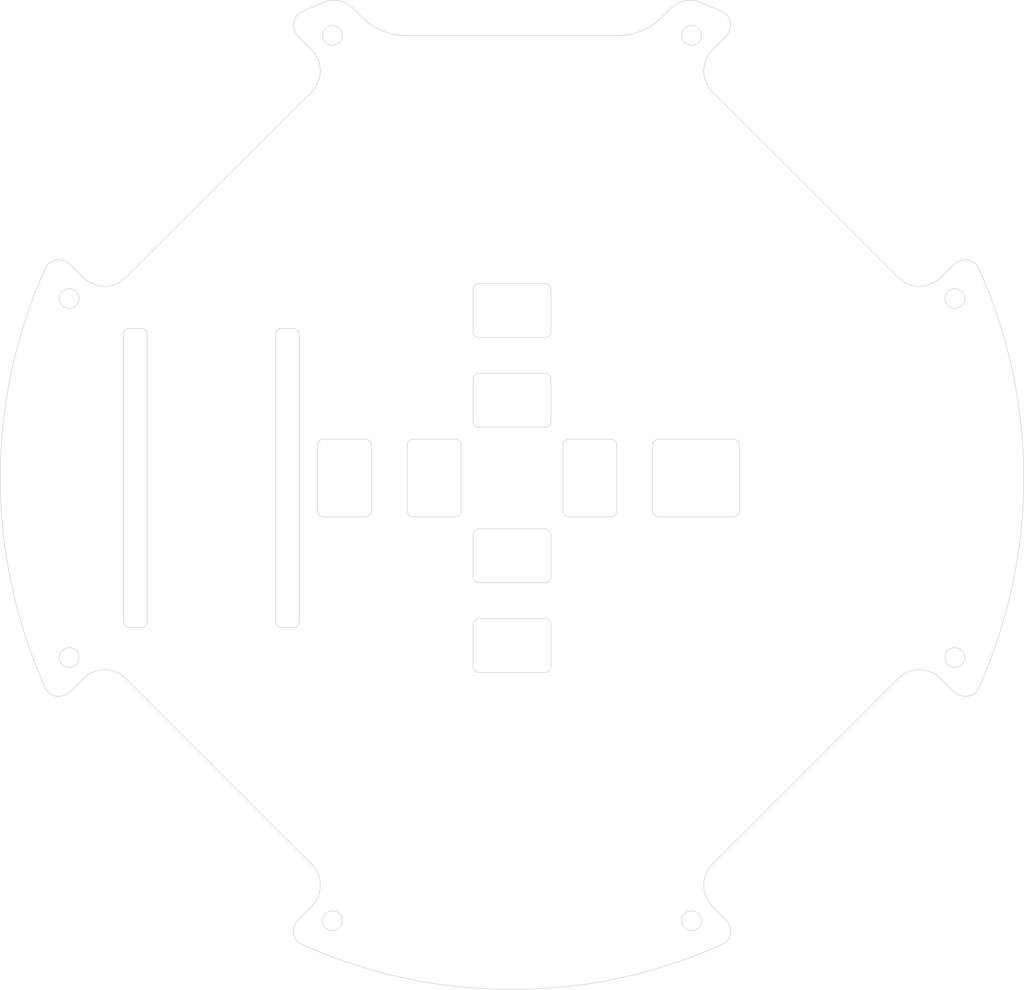
<source format=kicad_pcb>
(kicad_pcb
	(version 20240108)
	(generator "pcbnew")
	(generator_version "8.0")
	(general
		(thickness 1.6)
		(legacy_teardrops no)
	)
	(paper "A3")
	(layers
		(0 "F.Cu" signal)
		(31 "B.Cu" signal)
		(32 "B.Adhes" user "B.Adhesive")
		(33 "F.Adhes" user "F.Adhesive")
		(34 "B.Paste" user)
		(35 "F.Paste" user)
		(36 "B.SilkS" user "B.Silkscreen")
		(37 "F.SilkS" user "F.Silkscreen")
		(38 "B.Mask" user)
		(39 "F.Mask" user)
		(40 "Dwgs.User" user "User.Drawings")
		(41 "Cmts.User" user "User.Comments")
		(42 "Eco1.User" user "User.Eco1")
		(43 "Eco2.User" user "User.Eco2")
		(44 "Edge.Cuts" user)
		(45 "Margin" user)
		(46 "B.CrtYd" user "B.Courtyard")
		(47 "F.CrtYd" user "F.Courtyard")
		(48 "B.Fab" user)
		(49 "F.Fab" user)
		(50 "User.1" user)
		(51 "User.2" user)
		(52 "User.3" user)
		(53 "User.4" user)
		(54 "User.5" user)
		(55 "User.6" user)
		(56 "User.7" user)
		(57 "User.8" user)
		(58 "User.9" user)
	)
	(setup
		(stackup
			(layer "F.SilkS"
				(type "Top Silk Screen")
			)
			(layer "F.Paste"
				(type "Top Solder Paste")
			)
			(layer "F.Mask"
				(type "Top Solder Mask")
				(thickness 0.01)
			)
			(layer "F.Cu"
				(type "copper")
				(thickness 0.035)
			)
			(layer "dielectric 1"
				(type "core")
				(thickness 1.51)
				(material "FR4")
				(epsilon_r 4.5)
				(loss_tangent 0.02)
			)
			(layer "B.Cu"
				(type "copper")
				(thickness 0.035)
			)
			(layer "B.Mask"
				(type "Bottom Solder Mask")
				(thickness 0.01)
			)
			(layer "B.Paste"
				(type "Bottom Solder Paste")
			)
			(layer "B.SilkS"
				(type "Bottom Silk Screen")
			)
			(copper_finish "None")
			(dielectric_constraints no)
		)
		(pad_to_mask_clearance 0)
		(allow_soldermask_bridges_in_footprints no)
		(aux_axis_origin 150 150)
		(pcbplotparams
			(layerselection 0x00010fc_ffffffff)
			(plot_on_all_layers_selection 0x0000000_00000000)
			(disableapertmacros no)
			(usegerberextensions no)
			(usegerberattributes yes)
			(usegerberadvancedattributes yes)
			(creategerberjobfile yes)
			(dashed_line_dash_ratio 12.000000)
			(dashed_line_gap_ratio 3.000000)
			(svgprecision 6)
			(plotframeref no)
			(viasonmask no)
			(mode 1)
			(useauxorigin no)
			(hpglpennumber 1)
			(hpglpenspeed 20)
			(hpglpendiameter 15.000000)
			(pdf_front_fp_property_popups yes)
			(pdf_back_fp_property_popups yes)
			(dxfpolygonmode yes)
			(dxfimperialunits yes)
			(dxfusepcbnewfont yes)
			(psnegative no)
			(psa4output no)
			(plotreference yes)
			(plotvalue yes)
			(plotfptext yes)
			(plotinvisibletext no)
			(sketchpadsonfab no)
			(subtractmaskfromsilk no)
			(outputformat 1)
			(mirror no)
			(drillshape 0)
			(scaleselection 1)
			(outputdirectory "MFR/")
		)
	)
	(net 0 "")
	(gr_arc
		(start 118.501001 156.497649)
		(mid 117.793895 156.204756)
		(end 117.501002 155.497651)
		(stroke
			(width 0.1)
			(type default)
		)
		(layer "Edge.Cuts")
		(uuid "04803913-28d9-432e-a639-d849f13e7b03")
	)
	(gr_line
		(start 166.501002 143.497649)
		(end 159.501002 143.497649)
		(stroke
			(width 0.1)
			(type default)
		)
		(layer "Edge.Cuts")
		(uuid "069da0ec-81f7-4a49-b492-0d7a562f444d")
	)
	(gr_line
		(start 173.501002 155.497649)
		(end 173.501002 144.497649)
		(stroke
			(width 0.1)
			(type default)
		)
		(layer "Edge.Cuts")
		(uuid "0b9ca2f1-acb5-46c7-9597-e6e42163725e")
	)
	(gr_line
		(start 227.936261 185.159353)
		(end 227.936073 185.159268)
		(stroke
			(width 0.1)
			(type default)
		)
		(layer "Edge.Cuts")
		(uuid "0de2baa0-370d-4c1c-861a-407ef71496bf")
	)
	(gr_curve
		(pts
			(xy 223.706179 185.59414) (xy 223.883769 185.771729) (xy 224.082708 185.92877) (xy 224.296707 186.060086)
		)
		(stroke
			(width 0.1)
			(type default)
		)
		(layer "Edge.Cuts")
		(uuid "0fb14c1d-7fff-41c2-8152-47d8a70b97fa")
	)
	(gr_line
		(start 113.451003 124.997649)
		(end 111.451 124.997649)
		(stroke
			(width 0.1)
			(type default)
		)
		(layer "Edge.Cuts")
		(uuid "1038cbf1-e352-447e-bc53-2699c0a935fd")
	)
	(gr_curve
		(pts
			(xy 186.371592 224.964368) (xy 186.297245 224.729456) (xy 186.192493 224.503727) (xy 186.063574 224.293586)
		)
		(stroke
			(width 0.1)
			(type default)
		)
		(layer "Edge.Cuts")
		(uuid "11985190-fb18-4f5d-9cd2-6addcef72d9b")
	)
	(gr_curve
		(pts
			(xy 223.706179 114.401158) (xy 223.883769 114.223569) (xy 224.082708 114.066528) (xy 224.296707 113.935212)
		)
		(stroke
			(width 0.1)
			(type default)
		)
		(layer "Edge.Cuts")
		(uuid "129bd50a-03e1-429e-bfa7-879e216d7609")
	)
	(gr_line
		(start 155.501002 132.497649)
		(end 144.501 132.497649)
		(stroke
			(width 0.1)
			(type default)
		)
		(layer "Edge.Cuts")
		(uuid "131bd209-3349-47cd-ace6-67a98dd58359")
	)
	(gr_line
		(start 72.066171 185.15916)
		(end 72.065743 185.159353)
		(stroke
			(width 0.1)
			(type default)
		)
		(layer "Edge.Cuts")
		(uuid "133c8b73-6080-48e8-b0cb-f3d2aa9791de")
	)
	(gr_line
		(start 156.501002 166.497649)
		(end 156.501002 159.497649)
		(stroke
			(width 0.1)
			(type default)
		)
		(layer "Edge.Cuts")
		(uuid "144fbd56-19ab-4394-bf90-96afdfa98ab9")
	)
	(gr_line
		(start 227.936073 114.83603)
		(end 227.936261 114.835945)
		(stroke
			(width 0.1)
			(type default)
		)
		(layer "Edge.Cuts")
		(uuid "176c7485-da6c-4df2-95f9-fd1ce6c57ca5")
	)
	(gr_curve
		(pts
			(xy 180.298659 70.16655) (xy 180.611423 70.206751) (xy 180.919255 70.283673) (xy 181.21267 70.398749)
		)
		(stroke
			(width 0.1)
			(type default)
		)
		(layer "Edge.Cuts")
		(uuid "1783e30e-caf5-4641-a8c3-1df4d69b8431")
	)
	(gr_curve
		(pts
			(xy 121.368086 70.289555) (xy 121.784689 70.403759) (xy 122.186299 70.576929) (xy 122.559202 70.795797)
		)
		(stroke
			(width 0.1)
			(type default)
		)
		(layer "Edge.Cuts")
		(uuid "179877b4-b80a-4366-b01b-3b3a7c89555f")
	)
	(gr_curve
		(pts
			(xy 113.93843 75.701712) (xy 114.06977 75.915801) (xy 114.226858 76.114819) (xy 114.404511 76.292472)
		)
		(stroke
			(width 0.1)
			(type default)
		)
		(layer "Edge.Cuts")
		(uuid "1888c219-443d-4be4-b5a2-0369dc5a1641")
	)
	(gr_line
		(start 85.461977 183.499058)
		(end 116.499594 214.536675)
		(stroke
			(width 0.1)
			(type default)
		)
		(layer "Edge.Cuts")
		(uuid "18ee6f73-58ce-48e0-98f2-aa8d6203a5f8")
	)
	(gr_line
		(start 155.501002 158.497649)
		(end 144.501001 158.497649)
		(stroke
			(width 0.1)
			(type default)
		)
		(layer "Edge.Cuts")
		(uuid "192e3995-7ce6-4b23-85fc-45a4cdfbe799")
	)
	(gr_curve
		(pts
			(xy 178.633849 70.289382) (xy 179.28206 70.111554) (xy 179.84802 70.108628) (xy 180.298659 70.16655)
		)
		(stroke
			(width 0.1)
			(type default)
		)
		(layer "Edge.Cuts")
		(uuid "1a1187e7-afb0-4dea-9ee6-e7ebf4586460")
	)
	(gr_curve
		(pts
			(xy 73.129368 113.741279) (xy 72.896628 113.856892) (xy 72.68437 114.011084) (xy 72.503029 114.197094)
		)
		(stroke
			(width 0.1)
			(type default)
		)
		(layer "Edge.Cuts")
		(uuid "1a4ff484-14f4-4f61-97db-88ff3d9ca5b1")
	)
	(gr_line
		(start 223.706179 114.401158)
		(end 221.611094 116.496243)
		(stroke
			(width 0.1)
			(type default)
		)
		(layer "Edge.Cuts")
		(uuid "1d0d0383-4e53-4568-abfb-c6edb4baaa44")
	)
	(gr_curve
		(pts
			(xy 186.257244 73.125756) (xy 186.397685 73.408389) (xy 186.47627 73.710898) (xy 186.496878 74.026428)
		)
		(stroke
			(width 0.1)
			(type default)
		)
		(layer "Edge.Cuts")
		(uuid "1d363b6f-6dae-4e9a-a3b0-9039698fc719")
	)
	(gr_arc
		(start 144.501001 182.497649)
		(mid 143.793895 182.204756)
		(end 143.501002 181.497651)
		(stroke
			(width 0.1)
			(type default)
		)
		(layer "Edge.Cuts")
		(uuid "1de0eca4-e595-4f7c-b1fa-3f5793766698")
	)
	(gr_curve
		(pts
			(xy 114.20055 227.495722) (xy 114.014564 227.314427) (xy 113.860381 227.102224) (xy 113.74476 226.869542)
		)
		(stroke
			(width 0.1)
			(type default)
		)
		(layer "Edge.Cuts")
		(uuid "1fe0ec9d-f167-4ab0-acd0-34e55c8bb22d")
	)
	(gr_line
		(start 143.501002 118.497648)
		(end 143.501002 125.497651)
		(stroke
			(width 0.1)
			(type default)
		)
		(layer "Edge.Cuts")
		(uuid "2204c9ca-f73d-4b38-94e9-5a2483434b1a")
	)
	(gr_arc
		(start 166.501002 143.497649)
		(mid 167.208109 143.790542)
		(end 167.501002 144.497649)
		(stroke
			(width 0.1)
			(type default)
		)
		(layer "Edge.Cuts")
		(uuid "221c69d0-fd7c-47c9-873f-c439d867c09b")
	)
	(gr_line
		(start 185.597493 223.702826)
		(end 183.502409 221.607742)
		(stroke
			(width 0.1)
			(type default)
		)
		(layer "Edge.Cuts")
		(uuid "22d03f9f-0387-44c6-8d7e-924fd6c6ce56")
	)
	(gr_curve
		(pts
			(xy 73.129368 186.254019) (xy 72.896628 186.138406) (xy 72.68437 185.984214) (xy 72.503029 185.798204)
		)
		(stroke
			(width 0.1)
			(type default)
		)
		(layer "Edge.Cuts")
		(uuid "23c957f6-3699-4deb-a3f8-2be7a099d510")
	)
	(gr_curve
		(pts
			(xy 113.630412 75.03093) (xy 113.704759 75.265842) (xy 113.809511 75.491571) (xy 113.93843 75.701712)
		)
		(stroke
			(width 0.1)
			(type default)
		)
		(layer "Edge.Cuts")
		(uuid "24144f54-5238-42f3-83f7-01b9bc2363ef")
	)
	(gr_curve
		(pts
			(xy 113.505126 225.96887) (xy 113.484181 225.648176) (xy 113.522403 225.305638) (xy 113.630412 224.964368)
		)
		(stroke
			(width 0.1)
			(type default)
		)
		(layer "Edge.Cuts")
		(uuid "2594a924-47b8-4b6a-91a2-bb089312da2e")
	)
	(gr_arc
		(start 156.501002 140.497649)
		(mid 156.208109 141.204756)
		(end 155.501002 141.497649)
		(stroke
			(width 0.1)
			(type default)
		)
		(layer "Edge.Cuts")
		(uuid "26a2b7c5-5383-4bec-985c-c22ca16eb52f")
	)
	(gr_line
		(start 159.501002 156.497649)
		(end 166.501002 156.497649)
		(stroke
			(width 0.1)
			(type default)
		)
		(layer "Edge.Cuts")
		(uuid "27d3022a-a0b8-4a3e-8d42-d188fba5bdd2")
	)
	(gr_arc
		(start 155.501002 158.497649)
		(mid 156.208109 158.790542)
		(end 156.501002 159.497649)
		(stroke
			(width 0.1)
			(type default)
		)
		(layer "Edge.Cuts")
		(uuid "2820bec3-f96d-48f0-b0fc-1b2a3db9718b")
	)
	(gr_curve
		(pts
			(xy 75.034645 186.368125) (xy 74.693232 186.476228) (xy 74.350683 186.514444) (xy 74.030098 186.493545)
		)
		(stroke
			(width 0.1)
			(type default)
		)
		(layer "Edge.Cuts")
		(uuid "2907ed02-307f-476a-9610-ad60518795ea")
	)
	(gr_arc
		(start 155.501002 173.497649)
		(mid 156.208109 173.790542)
		(end 156.501002 174.497649)
		(stroke
			(width 0.1)
			(type default)
		)
		(layer "Edge.Cuts")
		(uuid "299ec00b-f089-4341-8fff-1d96ebfbd510")
	)
	(gr_circle
		(center 76.001002 179.997649)
		(end 77.651002 179.997649)
		(stroke
			(width 0.1)
			(type default)
		)
		(fill none)
		(layer "Edge.Cuts")
		(uuid "2a3b9b30-5a4e-4551-950e-b6f184ce6255")
	)
	(gr_arc
		(start 89.051002 173.997651)
		(mid 88.758109 174.704756)
		(end 88.051004 174.997649)
		(stroke
			(width 0.1)
			(type default)
		)
		(layer "Edge.Cuts")
		(uuid "2a4552b7-1af2-4558-9d5c-79b7d9665fd7")
	)
	(gr_line
		(start 125.072074 73.068719)
		(end 123.617399 71.614045)
		(stroke
			(width 0.1)
			(type default)
		)
		(layer "Edge.Cuts")
		(uuid "2aecd422-662f-44b9-9a35-bfedd2ba2a15")
	)
	(gr_curve
		(pts
			(xy 177.442729 70.795807) (xy 177.815632 70.576901) (xy 178.217247 70.40367) (xy 178.633849 70.289382)
		)
		(stroke
			(width 0.1)
			(type default)
		)
		(layer "Edge.Cuts")
		(uuid "2b2fb111-1842-49c0-a415-71753cd2d1f2")
	)
	(gr_line
		(start 183.502409 214.536676)
		(end 214.540028 183.499057)
		(stroke
			(width 0.1)
			(type default)
		)
		(layer "Edge.Cuts")
		(uuid "2e37dedf-3746-4ae7-ab1b-d695ef736fd1")
	)
	(gr_curve
		(pts
			(xy 113.505126 74.026428) (xy 113.484181 74.347121) (xy 113.522403 74.68966) (xy 113.630412 75.03093)
		)
		(stroke
			(width 0.1)
			(type default)
		)
		(layer "Edge.Cuts")
		(uuid "2e8d67dc-0ddb-4e0d-8bff-a75a02a4ed03")
	)
	(gr_curve
		(pts
			(xy 226.872669 113.740978) (xy 227.105459 113.856573) (xy 227.317759 114.010767) (xy 227.499132 114.196797)
		)
		(stroke
			(width 0.1)
			(type default)
		)
		(layer "Edge.Cuts")
		(uuid "2ec70d8f-24e8-41bb-a5f7-728a337c2060")
	)
	(gr_arc
		(start 144.501 126.497649)
		(mid 143.793895 126.204756)
		(end 143.501002 125.497651)
		(stroke
			(width 0.1)
			(type default)
		)
		(layer "Edge.Cuts")
		(uuid "32b36bb2-f3b7-453a-a8c5-b8b99aa2f4c7")
	)
	(gr_curve
		(pts
			(xy 185.801454 227.495722) (xy 185.987441 227.314427) (xy 186.141624 227.102224) (xy 186.257244 226.869542)
		)
		(stroke
			(width 0.1)
			(type default)
		)
		(layer "Edge.Cuts")
		(uuid "332ce581-af23-4160-ab94-68a2611b202b")
	)
	(gr_arc
		(start 117.501002 144.497648)
		(mid 117.793895 143.790542)
		(end 118.501 143.497649)
		(stroke
			(width 0.1)
			(type default)
		)
		(layer "Edge.Cuts")
		(uuid "34515a67-18d5-49d8-bd58-6b49093a2a3e")
	)
	(gr_arc
		(start 214.540028 183.499057)
		(mid 218.075562 182.034591)
		(end 221.611096 183.499057)
		(stroke
			(width 0.1)
			(type default)
		)
		(layer "Edge.Cuts")
		(uuid "35a780f7-3f0c-4b0c-bd84-d4054a9cfb43")
	)
	(gr_line
		(start 116.499594 221.607743)
		(end 114.404511 223.702826)
		(stroke
			(width 0.1)
			(type default)
		)
		(layer "Edge.Cuts")
		(uuid "38f0e285-52da-4c18-9b72-7e99f179f9e9")
	)
	(gr_line
		(start 111.451001 174.997649)
		(end 113.451004 174.997649)
		(stroke
			(width 0.1)
			(type default)
		)
		(layer "Edge.Cuts")
		(uuid "3a2baa2c-9014-439a-966a-415fa6880473")
	)
	(gr_arc
		(start 174.929929 73.06872)
		(mid 171.6857 75.236443)
		(end 167.858872 75.997648)
		(stroke
			(width 0.1)
			(type default)
		)
		(layer "Edge.Cuts")
		(uuid "3b7a60c7-0f8f-4b10-9248-2d16c72e419f")
	)
	(gr_curve
		(pts
			(xy 119.703814 70.167103) (xy 120.071451 70.119777) (xy 120.6493 70.092512) (xy 121.368086 70.289555)
		)
		(stroke
			(width 0.1)
			(type default)
		)
		(layer "Edge.Cuts")
		(uuid "3c8c4634-4a14-4627-ade8-938479262d84")
	)
	(gr_arc
		(start 167.501002 155.497649)
		(mid 167.208109 156.204756)
		(end 166.501002 156.497649)
		(stroke
			(width 0.1)
			(type default)
		)
		(layer "Edge.Cuts")
		(uuid "43287b09-a9b6-4fcb-b92c-b742646f9b8a")
	)
	(gr_circle
		(center 76.001002 119.997649)
		(end 77.651002 119.997649)
		(stroke
			(width 0.1)
			(type default)
		)
		(fill none)
		(layer "Edge.Cuts")
		(uuid "43467ce4-a3b1-4e5f-b5d4-eee57ddb6240")
	)
	(gr_line
		(start 126.501002 144.497648)
		(end 126.501002 155.497651)
		(stroke
			(width 0.1)
			(type default)
		)
		(layer "Edge.Cuts")
		(uuid "44f4b0e5-ea6a-47a8-afa1-4afd6b1904e6")
	)
	(gr_arc
		(start 156.501002 166.497649)
		(mid 156.208109 167.204756)
		(end 155.501002 167.497649)
		(stroke
			(width 0.1)
			(type default)
		)
		(layer "Edge.Cuts")
		(uuid "4565d775-9771-4650-b6f7-c6a79e42286c")
	)
	(gr_arc
		(start 174.501002 156.497649)
		(mid 173.793895 156.204756)
		(end 173.501002 155.497649)
		(stroke
			(width 0.1)
			(type default)
		)
		(layer "Edge.Cuts")
		(uuid "47139a12-54aa-42f8-8587-23a916e2eebe")
	)
	(gr_curve
		(pts
			(xy 224.967241 113.627166) (xy 225.308757 113.518986) (xy 225.651349 113.480742) (xy 225.971917 113.501593)
		)
		(stroke
			(width 0.1)
			(type default)
		)
		(layer "Edge.Cuts")
		(uuid "47890af8-efb4-4e0e-9622-87246f044384")
	)
	(gr_line
		(start 144.501 141.497649)
		(end 155.501002 141.497649)
		(stroke
			(width 0.1)
			(type default)
		)
		(layer "Edge.Cuts")
		(uuid "4a6306c1-887b-4287-9f76-073371b48301")
	)
	(gr_curve
		(pts
			(xy 114.20055 72.499576) (xy 114.014564 72.680871) (xy 113.860381 72.893074) (xy 113.74476 73.125756)
		)
		(stroke
			(width 0.1)
			(type default)
		)
		(layer "Edge.Cuts")
		(uuid "4d257b9c-6c6c-4e90-a376-9b69ca8246c1")
	)
	(gr_arc
		(start 185.162706 227.932908)
		(mid 150.001002 235.497649)
		(end 114.839298 227.932908)
		(stroke
			(width 0.1)
			(type default)
		)
		(layer "Edge.Cuts")
		(uuid "4d3d1a4c-abb8-4394-bfcb-52344843b9d8")
	)
	(gr_line
		(start 221.611096 183.499057)
		(end 223.706179 185.59414)
		(stroke
			(width 0.1)
			(type default)
		)
		(layer "Edge.Cuts")
		(uuid "4da9406d-fd46-4a5b-a5ee-a0665868230e")
	)
	(gr_arc
		(start 85.461976 116.496241)
		(mid 81.926442 117.960707)
		(end 78.390908 116.496241)
		(stroke
			(width 0.1)
			(type default)
		)
		(layer "Edge.Cuts")
		(uuid "4e2ccf18-819e-4f31-9852-cdea4d876130")
	)
	(gr_line
		(start 133.501001 156.497649)
		(end 140.501004 156.497649)
		(stroke
			(width 0.1)
			(type default)
		)
		(layer "Edge.Cuts")
		(uuid "4fe5a4d6-9a12-4891-91d8-6cfe4975a292")
	)
	(gr_arc
		(start 88.051003 124.997649)
		(mid 88.758109 125.290542)
		(end 89.051002 125.997648)
		(stroke
			(width 0.1)
			(type default)
		)
		(layer "Edge.Cuts")
		(uuid "50103bb8-0d5c-4c8b-a200-fb8d652493cc")
	)
	(gr_curve
		(pts
			(xy 75.034645 113.627173) (xy 74.693232 113.51907) (xy 74.350683 113.480854) (xy 74.030098 113.501752)
		)
		(stroke
			(width 0.1)
			(type default)
		)
		(layer "Edge.Cuts")
		(uuid "5175402c-7a20-4d65-a7e3-a4fb95602302")
	)
	(gr_curve
		(pts
			(xy 75.705231 113.935178) (xy 75.49515 113.806279) (xy 75.269489 113.701533) (xy 75.034645 113.627173)
		)
		(stroke
			(width 0.1)
			(type default)
		)
		(layer "Edge.Cuts")
		(uuid "53e6353d-f324-4277-93cd-ae17030fde2a")
	)
	(gr_line
		(start 86.051001 174.997649)
		(end 88.051004 174.997649)
		(stroke
			(width 0.1)
			(type default)
		)
		(layer "Edge.Cuts")
		(uuid "54c7ba32-dea1-459b-8ca0-0cc1b3c3347f")
	)
	(gr_line
		(start 167.858872 75.997648)
		(end 132.143138 75.997648)
		(stroke
			(width 0.1)
			(type default)
		)
		(layer "Edge.Cuts")
		(uuid "563958a0-d467-47bb-be92-cba8bf8ef0a9")
	)
	(gr_line
		(start 114.839491 72.062818)
		(end 114.839298 72.06239)
		(stroke
			(width 0.1)
			(type default)
		)
		(layer "Edge.Cuts")
		(uuid "56dc91a0-b812-4a32-a95e-33999f25c3b3")
	)
	(gr_line
		(start 185.162706 72.06239)
		(end 185.162513 72.062818)
		(stroke
			(width 0.1)
			(type default)
		)
		(layer "Edge.Cuts")
		(uuid "5acc84b7-cc6c-46cf-b56b-bdf82a4830a0")
	)
	(gr_line
		(start 156.501002 125.497649)
		(end 156.501002 118.497649)
		(stroke
			(width 0.1)
			(type default)
		)
		(layer "Edge.Cuts")
		(uuid "5cd306f4-1f22-4fbc-b660-ec1ffec676a2")
	)
	(gr_circle
		(center 120.001002 75.997649)
		(end 121.651002 75.997649)
		(stroke
			(width 0.1)
			(type default)
		)
		(fill none)
		(layer "Edge.Cuts")
		(uuid "5eb1b29a-dad6-4373-ab64-ea997c71e8b7")
	)
	(gr_line
		(start 141.501002 155.497651)
		(end 141.501002 144.497648)
		(stroke
			(width 0.1)
			(type default)
		)
		(layer "Edge.Cuts")
		(uuid "5fa5bf86-55c5-4161-a80e-6867175c2b00")
	)
	(gr_line
		(start 125.501004 156.497649)
		(end 118.501001 156.497649)
		(stroke
			(width 0.1)
			(type default)
		)
		(layer "Edge.Cuts")
		(uuid "61115fe3-5bae-4fad-b1bd-a4d12d59b2f3")
	)
	(gr_curve
		(pts
			(xy 114.839491 72.062818) (xy 114.602506 72.16977) (xy 114.386648 72.318171) (xy 114.20055 72.499576)
		)
		(stroke
			(width 0.1)
			(type default)
		)
		(layer "Edge.Cuts")
		(uuid "6139810c-2484-4a53-9d01-9cb28a85b6f0")
	)
	(gr_curve
		(pts
			(xy 118.790007 70.399424) (xy 119.083353 70.284324) (xy 119.391114 70.207357) (xy 119.703814 70.167103)
		)
		(stroke
			(width 0.1)
			(type default)
		)
		(layer "Edge.Cuts")
		(uuid "61521f19-2983-44d6-a8e6-762c6329c9e9")
	)
	(gr_arc
		(start 143.501002 133.497648)
		(mid 143.793895 132.790542)
		(end 144.501 132.497649)
		(stroke
			(width 0.1)
			(type default)
		)
		(layer "Edge.Cuts")
		(uuid "6215fe79-5801-4ba9-8619-7749df0dde0f")
	)
	(gr_arc
		(start 113.451003 124.997649)
		(mid 114.158109 125.290542)
		(end 114.451002 125.997648)
		(stroke
			(width 0.1)
			(type default)
		)
		(layer "Edge.Cuts")
		(uuid "62f8ec0b-9b30-4ea8-b9ea-2eddc77674b5")
	)
	(gr_curve
		(pts
			(xy 114.839491 227.93248) (xy 114.602506 227.825528) (xy 114.386648 227.677127) (xy 114.20055 227.495722)
		)
		(stroke
			(width 0.1)
			(type default)
		)
		(layer "Edge.Cuts")
		(uuid "63530c56-1c47-45f9-bb81-1f88f364dde5")
	)
	(gr_line
		(start 158.501002 144.497649)
		(end 158.501002 155.497649)
		(stroke
			(width 0.1)
			(type default)
		)
		(layer "Edge.Cuts")
		(uuid "66c545b5-71d0-4bd5-919c-afc7478ee972")
	)
	(gr_arc
		(start 125.501003 143.497649)
		(mid 126.208109 143.790542)
		(end 126.501002 144.497648)
		(stroke
			(width 0.1)
			(type default)
		)
		(layer "Edge.Cuts")
		(uuid "67a2e0c0-3bb2-4244-9b07-d6737acd00c1")
	)
	(gr_line
		(start 174.501002 143.497649)
		(end 187.001002 143.497649)
		(stroke
			(width 0.1)
			(type default)
		)
		(layer "Edge.Cuts")
		(uuid "67bc2a47-d053-448f-99b3-e5d5e8744dd6")
	)
	(gr_curve
		(pts
			(xy 186.496878 74.026428) (xy 186.517823 74.347121) (xy 186.479601 74.68966) (xy 186.371592 75.03093)
		)
		(stroke
			(width 0.1)
			(type default)
		)
		(layer "Edge.Cuts")
		(uuid "6841d081-33de-4287-b12d-0c8f084ddce7")
	)
	(gr_line
		(start 181.21267 70.398749)
		(end 181.212898 70.398229)
		(stroke
			(width 0.1)
			(type default)
		)
		(layer "Edge.Cuts")
		(uuid "69f3ff20-ddea-41b8-a33f-3cbccb0dcc0c")
	)
	(gr_line
		(start 144.501001 167.497649)
		(end 155.501002 167.497649)
		(stroke
			(width 0.1)
			(type default)
		)
		(layer "Edge.Cuts")
		(uuid "6a24841b-4a51-4d58-838d-783f27b22a1e")
	)
	(gr_arc
		(start 158.501002 144.497649)
		(mid 158.793895 143.790542)
		(end 159.501002 143.497649)
		(stroke
			(width 0.1)
			(type default)
		)
		(layer "Edge.Cuts")
		(uuid "6a8dd99d-756e-4edf-bc61-e9ca866c3b4c")
	)
	(gr_curve
		(pts
			(xy 224.296707 186.060086) (xy 224.506773 186.188989) (xy 224.732417 186.293748) (xy 224.967241 186.368132)
		)
		(stroke
			(width 0.1)
			(type default)
		)
		(layer "Edge.Cuts")
		(uuid "6ada0377-8ac4-44b0-abd2-764fc05b9925")
	)
	(gr_arc
		(start 181.212898 70.398229)
		(mid 183.198231 71.205556)
		(end 185.162706 72.06239)
		(stroke
			(width 0.1)
			(type default)
		)
		(layer "Edge.Cuts")
		(uuid "6b6ec7d9-1aea-4d7e-bf87-662a0cf649f8")
	)
	(gr_line
		(start 76.295825 185.59414)
		(end 78.390908 183.499057)
		(stroke
			(width 0.1)
			(type default)
		)
		(layer "Edge.Cuts")
		(uuid "6d72a7d5-a9fe-435e-8439-0d284447dd5d")
	)
	(gr_line
		(start 176.384605 71.614045)
		(end 174.929929 73.06872)
		(stroke
			(width 0.1)
			(type default)
		)
		(layer "Edge.Cuts")
		(uuid "6e13cf33-d04c-4fc2-b66a-9b1335be01a3")
	)
	(gr_arc
		(start 126.501002 155.497651)
		(mid 126.208109 156.204756)
		(end 125.501004 156.497649)
		(stroke
			(width 0.1)
			(type default)
		)
		(layer "Edge.Cuts")
		(uuid "74516fa8-7393-4dd9-8a25-74c9069ea8f8")
	)
	(gr_arc
		(start 141.501002 155.497651)
		(mid 141.208109 156.204756)
		(end 140.501004 156.497649)
		(stroke
			(width 0.1)
			(type default)
		)
		(layer "Edge.Cuts")
		(uuid "7492aee1-56c8-4284-8228-f88e4f8e6461")
	)
	(gr_curve
		(pts
			(xy 75.705231 186.060119) (xy 75.49515 186.189018) (xy 75.269489 186.293765) (xy 75.034645 186.368125)
		)
		(stroke
			(width 0.1)
			(type default)
		)
		(layer "Edge.Cuts")
		(uuid "74952cf0-a230-47b7-a31f-ee1f03a70478")
	)
	(gr_line
		(start 140.501003 143.497649)
		(end 133.501001 143.497649)
		(stroke
			(width 0.1)
			(type default)
		)
		(layer "Edge.Cuts")
		(uuid "7577a756-ebd6-4739-9a23-6f1720414c80")
	)
	(gr_arc
		(start 72.065743 185.159353)
		(mid 64.501002 149.997649)
		(end 72.065743 114.835945)
		(stroke
			(width 0.1)
			(type default)
		)
		(layer "Edge.Cuts")
		(uuid "77030fbd-6116-4239-8fba-923ae29bcace")
	)
	(gr_arc
		(start 156.501002 125.497649)
		(mid 156.208109 126.204756)
		(end 155.501002 126.497649)
		(stroke
			(width 0.1)
			(type default)
		)
		(layer "Edge.Cuts")
		(uuid "78809fa0-8708-4514-aff7-136956965436")
	)
	(gr_curve
		(pts
			(xy 186.063574 224.293586) (xy 185.932234 224.079496) (xy 185.775146 223.880479) (xy 185.597493 223.702826)
		)
		(stroke
			(width 0.1)
			(type default)
		)
		(layer "Edge.Cuts")
		(uuid "7bd66820-caaa-430c-bb92-983fc491f182")
	)
	(gr_curve
		(pts
			(xy 122.559202 70.795797) (xy 122.94431 71.02183) (xy 123.301492 71.298137) (xy 123.617399 71.614045)
		)
		(stroke
			(width 0.1)
			(type default)
		)
		(layer "Edge.Cuts")
		(uuid "7c514203-a075-4bc5-bf18-ecf396be87c7")
	)
	(gr_line
		(start 114.839298 227.932908)
		(end 114.839491 227.93248)
		(stroke
			(width 0.1)
			(type default)
		)
		(layer "Edge.Cuts")
		(uuid "83692e03-fee3-4d02-9121-211f5959ebd8")
	)
	(gr_arc
		(start 143.501002 159.497648)
		(mid 143.793895 158.790542)
		(end 144.501001 158.497649)
		(stroke
			(width 0.1)
			(type default)
		)
		(layer "Edge.Cuts")
		(uuid "84815cd8-9abe-40c2-ab3e-16dff2750e89")
	)
	(gr_line
		(start 118.501 143.497649)
		(end 125.501003 143.497649)
		(stroke
			(width 0.1)
			(type default)
		)
		(layer "Edge.Cuts")
		(uuid "85ad4eac-f869-4fce-bc03-84a29f253530")
	)
	(gr_circle
		(center 120.001002 223.997649)
		(end 121.651002 223.997649)
		(stroke
			(width 0.1)
			(type default)
		)
		(fill none)
		(layer "Edge.Cuts")
		(uuid "86fb50f1-bef4-4ebd-8b67-bcbf3ef555fe")
	)
	(gr_line
		(start 143.501002 159.497648)
		(end 143.501002 166.49765)
		(stroke
			(width 0.1)
			(type default)
		)
		(layer "Edge.Cuts")
		(uuid "8710469d-088b-4cc4-8168-30b2709a6fa7")
	)
	(gr_arc
		(start 227.936261 114.835945)
		(mid 235.501002 149.997649)
		(end 227.936261 185.159353)
		(stroke
			(width 0.1)
			(type default)
		)
		(layer "Edge.Cuts")
		(uuid "8968d374-5c43-40ea-88f8-16dd47084807")
	)
	(gr_curve
		(pts
			(xy 227.499132 114.196797) (xy 227.680637 114.382963) (xy 227.829101 114.598922) (xy 227.936073 114.83603)
		)
		(stroke
			(width 0.1)
			(type default)
		)
		(layer "Edge.Cuts")
		(uuid "8a9fe495-88c3-4a30-be3c-5234e8559e1f")
	)
	(gr_line
		(start 72.065743 114.835945)
		(end 72.066171 114.836138)
		(stroke
			(width 0.1)
			(type default)
		)
		(layer "Edge.Cuts")
		(uuid "8b1825e3-c302-4ddf-a69a-b5d0a0c8a74e")
	)
	(gr_arc
		(start 116.499594 78.387555)
		(mid 117.96406 81.92309)
		(end 116.499593 85.458624)
		(stroke
			(width 0.1)
			(type default)
		)
		(layer "Edge.Cuts")
		(uuid "8b2d09e2-bc72-4c2c-98f2-cc8f94b43dbd")
	)
	(gr_arc
		(start 221.611094 116.496243)
		(mid 218.075561 117.960708)
		(end 214.540029 116.496242)
		(stroke
			(width 0.1)
			(type default)
		)
		(layer "Edge.Cuts")
		(uuid "8b45e090-da18-4da5-83c7-0ec8b23f384e")
	)
	(gr_line
		(start 89.051002 173.997651)
		(end 89.051002 125.997648)
		(stroke
			(width 0.1)
			(type default)
		)
		(layer "Edge.Cuts")
		(uuid "8b570093-d74d-4c89-9ca7-66e702ac41e0")
	)
	(gr_arc
		(start 78.390908 183.499057)
		(mid 81.926443 182.034591)
		(end 85.461977 183.499058)
		(stroke
			(width 0.1)
			(type default)
		)
		(layer "Edge.Cuts")
		(uuid "8ca4f117-aee4-437f-8470-1392d82bbefa")
	)
	(gr_curve
		(pts
			(xy 186.063574 75.701712) (xy 185.932234 75.915801) (xy 185.775146 76.114819) (xy 185.597493 76.292472)
		)
		(stroke
			(width 0.1)
			(type default)
		)
		(layer "Edge.Cuts")
		(uuid "8e976838-4775-4168-bd8e-0cf4106a8a72")
	)
	(gr_circle
		(center 224.001002 179.997649)
		(end 225.651002 179.997649)
		(stroke
			(width 0.1)
			(type default)
		)
		(fill none)
		(layer "Edge.Cuts")
		(uuid "8ecd9f32-5fd7-4a16-96e4-b542fc5539dc")
	)
	(gr_line
		(start 156.501002 140.497649)
		(end 156.501002 133.497649)
		(stroke
			(width 0.1)
			(type default)
		)
		(layer "Edge.Cuts")
		(uuid "8fe3d50c-77be-4a9c-96c0-7de49b0981e3")
	)
	(gr_arc
		(start 183.502409 221.607742)
		(mid 182.037943 218.072209)
		(end 183.502409 214.536676)
		(stroke
			(width 0.1)
			(type default)
		)
		(layer "Edge.Cuts")
		(uuid "91f52b21-df93-439e-9378-74f875864fdd")
	)
	(gr_line
		(start 110.451002 125.997648)
		(end 110.451002 173.99765)
		(stroke
			(width 0.1)
			(type default)
		)
		(layer "Edge.Cuts")
		(uuid "922e6854-9341-4a1d-ab71-3fca06c540d6")
	)
	(gr_arc
		(start 155.501002 132.497649)
		(mid 156.208109 132.790542)
		(end 156.501002 133.497649)
		(stroke
			(width 0.1)
			(type default)
		)
		(layer "Edge.Cuts")
		(uuid "923cd316-e944-4c17-994e-f0418fbc910c")
	)
	(gr_curve
		(pts
			(xy 113.74476 73.125756) (xy 113.60432 73.408389) (xy 113.525734 73.710898) (xy 113.505126 74.026428)
		)
		(stroke
			(width 0.1)
			(type default)
		)
		(layer "Edge.Cuts")
		(uuid "925a7807-a0f1-4514-935a-cc7f7f1e09a5")
	)
	(gr_arc
		(start 183.502409 85.458622)
		(mid 182.037943 81.923089)
		(end 183.502409 78.387556)
		(stroke
			(width 0.1)
			(type default)
		)
		(layer "Edge.Cuts")
		(uuid "93cb5015-201c-4e90-acea-3a470299f6d9")
	)
	(gr_curve
		(pts
			(xy 74.030098 113.501752) (xy 73.714562 113.522322) (xy 73.412029 113.600868) (xy 73.129368 113.741279)
		)
		(stroke
			(width 0.1)
			(type default)
		)
		(layer "Edge.Cuts")
		(uuid "94ce81f7-b0ab-43e5-ba71-b90e867bda7c")
	)
	(gr_curve
		(pts
			(xy 225.971917 113.501593) (xy 226.287446 113.522117) (xy 226.589991 113.600609) (xy 226.872669 113.740978)
		)
		(stroke
			(width 0.1)
			(type default)
		)
		(layer "Edge.Cuts")
		(uuid "95171ca2-b24b-4023-98fa-685d8ed4e2be")
	)
	(gr_line
		(start 118.789429 70.398103)
		(end 118.790007 70.399424)
		(stroke
			(width 0.1)
			(type default)
		)
		(layer "Edge.Cuts")
		(uuid "9a1c6002-04a8-4fe1-917b-fb9b8eb244a0")
	)
	(gr_arc
		(start 143.501002 174.497648)
		(mid 143.793895 173.790542)
		(end 144.501001 173.497649)
		(stroke
			(width 0.1)
			(type default)
		)
		(layer "Edge.Cuts")
		(uuid "9f1fda2d-44bc-40b6-9cd9-4d10f77b9df8")
	)
	(gr_arc
		(start 110.451002 125.997648)
		(mid 110.743895 125.290542)
		(end 111.451 124.997649)
		(stroke
			(width 0.1)
			(type default)
		)
		(layer "Edge.Cuts")
		(uuid "9f7bae38-1021-449f-8f90-8faa9c8d234c")
	)
	(gr_curve
		(pts
			(xy 76.295825 185.59414) (xy 76.118218 185.771747) (xy 75.919257 185.9288) (xy 75.705231 186.060119)
		)
		(stroke
			(width 0.1)
			(type default)
		)
		(layer "Edge.Cuts")
		(uuid "a09e343d-6e6e-471a-82d0-59267d9f562d")
	)
	(gr_line
		(start 85.051002 125.997648)
		(end 85.051002 173.99765)
		(stroke
			(width 0.1)
			(type default)
		)
		(layer "Edge.Cuts")
		(uuid "aa345c40-62b2-4bd3-a22c-e54f22c13a7a")
	)
	(gr_line
		(start 144.501001 173.497649)
		(end 155.501002 173.497649)
		(stroke
			(width 0.1)
			(type default)
		)
		(layer "Edge.Cuts")
		(uuid "aa476b55-6be4-401a-aa00-020c12595503")
	)
	(gr_line
		(start 88.051003 124.997649)
		(end 86.051 124.997649)
		(stroke
			(width 0.1)
			(type default)
		)
		(layer "Edge.Cuts")
		(uuid "af6b4615-2165-4e69-83ed-e73d18e46bf3")
	)
	(gr_arc
		(start 143.501002 118.497648)
		(mid 143.793895 117.790542)
		(end 144.501 117.497649)
		(stroke
			(width 0.1)
			(type default)
		)
		(layer "Edge.Cuts")
		(uuid "b03a42fb-b6eb-403f-92fb-9b18b99a272e")
	)
	(gr_arc
		(start 111.451001 174.997649)
		(mid 110.743895 174.704756)
		(end 110.451002 173.99765)
		(stroke
			(width 0.1)
			(type default)
		)
		(layer "Edge.Cuts")
		(uuid "b0f13cec-7381-4713-94b5-b14a53f6af65")
	)
	(gr_curve
		(pts
			(xy 176.384605 71.614045) (xy 176.700493 71.298156) (xy 177.057659 71.021855) (xy 177.442729 70.795807)
		)
		(stroke
			(width 0.1)
			(type default)
		)
		(layer "Edge.Cuts")
		(uuid "b23745ed-be31-4c4e-bbad-694c50ed22c2")
	)
	(gr_line
		(start 144.501 126.497649)
		(end 155.501002 126.497649)
		(stroke
			(width 0.1)
			(type default)
		)
		(layer "Edge.Cuts")
		(uuid "b27916ed-7083-4ea7-b07f-7b59c6cbd682")
	)
	(gr_curve
		(pts
			(xy 186.371592 75.03093) (xy 186.297245 75.265842) (xy 186.192493 75.491571) (xy 186.063574 75.701712)
		)
		(stroke
			(width 0.1)
			(type default)
		)
		(layer "Edge.Cuts")
		(uuid "b51015b7-283e-48a5-8f41-bb6c168bb2fb")
	)
	(gr_line
		(start 132.501002 144.497648)
		(end 132.501002 155.497651)
		(stroke
			(width 0.1)
			(type default)
		)
		(layer "Edge.Cuts")
		(uuid "b55c4104-e411-463f-b733-f5acbc131b97")
	)
	(gr_arc
		(start 116.499594 214.536675)
		(mid 117.96406 218.072209)
		(end 116.499594 221.607743)
		(stroke
			(width 0.1)
			(type default)
		)
		(layer "Edge.Cuts")
		(uuid "b5605f0e-eb85-486e-8bd3-146be7513167")
	)
	(gr_line
		(start 188.001002 144.497649)
		(end 188.001002 155.497649)
		(stroke
			(width 0.1)
			(type default)
		)
		(layer "Edge.Cuts")
		(uuid "b7ccbd5b-8cfa-4232-bf88-9d2aa0e517d8")
	)
	(gr_curve
		(pts
			(xy 72.503029 185.798204) (xy 72.321579 185.612082) (xy 72.173143 185.396189) (xy 72.066171 185.15916)
		)
		(stroke
			(width 0.1)
			(type default)
		)
		(layer "Edge.Cuts")
		(uuid "ba6f3885-6406-474f-a957-c2da7f118bce")
	)
	(gr_line
		(start 155.501002 117.497649)
		(end 144.501 117.497649)
		(stroke
			(width 0.1)
			(type default)
		)
		(layer "Edge.Cuts")
		(uuid "be9a43e6-25b3-4c92-a09c-6b1898fedd13")
	)
	(gr_arc
		(start 156.501002 181.497649)
		(mid 156.208109 182.204756)
		(end 155.501002 182.497649)
		(stroke
			(width 0.1)
			(type default)
		)
		(layer "Edge.Cuts")
		(uuid "bfaa4ec6-4085-48d8-8edd-0396b4b51f37")
	)
	(gr_line
		(start 167.501002 155.497649)
		(end 167.501002 144.497649)
		(stroke
			(width 0.1)
			(type default)
		)
		(layer "Edge.Cuts")
		(uuid "c121cabd-defd-4858-b6e8-12981243ecad")
	)
	(gr_curve
		(pts
			(xy 226.872669 186.25432) (xy 227.105459 186.138724) (xy 227.317759 185.984531) (xy 227.499132 185.798501)
		)
		(stroke
			(width 0.1)
			(type default)
		)
		(layer "Edge.Cuts")
		(uuid "c3734d05-527c-4c6e-b01d-80ffe4cf4b87")
	)
	(gr_arc
		(start 114.839298 72.06239)
		(mid 116.803932 71.205488)
		(end 118.789429 70.398103)
		(stroke
			(width 0.1)
			(type default)
		)
		(layer "Edge.Cuts")
		(uuid "c61f4e1f-f62d-4f33-9dc8-deb91d55acef")
	)
	(gr_arc
		(start 114.451002 173.997651)
		(mid 114.158109 174.704756)
		(end 113.451004 174.997649)
		(stroke
			(width 0.1)
			(type default)
		)
		(layer "Edge.Cuts")
		(uuid "c74d46c0-66db-4589-b016-704c79747e78")
	)
	(gr_line
		(start 214.540029 116.496242)
		(end 183.502409 85.458622)
		(stroke
			(width 0.1)
			(type default)
		)
		(layer "Edge.Cuts")
		(uuid "c78c9d66-d338-4f81-bffb-23faacdf5ca2")
	)
	(gr_arc
		(start 85.051002 125.997648)
		(mid 85.343895 125.290542)
		(end 86.051 124.997649)
		(stroke
			(width 0.1)
			(type default)
		)
		(layer "Edge.Cuts")
		(uuid "c8761717-00a7-4b09-93d8-321456acd632")
	)
	(gr_curve
		(pts
			(xy 113.630412 224.964368) (xy 113.704759 224.729456) (xy 113.809511 224.503727) (xy 113.93843 224.293586)
		)
		(stroke
			(width 0.1)
			(type default)
		)
		(layer "Edge.Cuts")
		(uuid "c8a776f0-a9c1-4089-adc3-3ba240b646de")
	)
	(gr_curve
		(pts
			(xy 74.030098 186.493545) (xy 73.714562 186.472976) (xy 73.412029 186.39443) (xy 73.129368 186.254019)
		)
		(stroke
			(width 0.1)
			(type default)
		)
		(layer "Edge.Cuts")
		(uuid "ca1f015d-58d1-4095-b8e3-71a12d0bf381")
	)
	(gr_curve
		(pts
			(xy 186.257244 226.869542) (xy 186.397685 226.586909) (xy 186.47627 226.2844) (xy 186.496878 225.96887)
		)
		(stroke
			(width 0.1)
			(type default)
		)
		(layer "Edge.Cuts")
		(uuid "caac9f8c-8758-4dde-b603-a9f624afaed8")
	)
	(gr_arc
		(start 86.051001 174.997649)
		(mid 85.343895 174.704756)
		(end 85.051002 173.99765)
		(stroke
			(width 0.1)
			(type default)
		)
		(layer "Edge.Cuts")
		(uuid "cac03bbf-655f-4cd6-966b-80a8fade11ac")
	)
	(gr_curve
		(pts
			(xy 224.967241 186.368132) (xy 225.308757 186.476312) (xy 225.651349 186.514556) (xy 225.971917 186.493705)
		)
		(stroke
			(width 0.1)
			(type default)
		)
		(layer "Edge.Cuts")
		(uuid "cbc18b40-82e8-4cbb-9fc6-03e7dd16db94")
	)
	(gr_arc
		(start 187.001002 143.497649)
		(mid 187.708109 143.790542)
		(end 188.001002 144.497649)
		(stroke
			(width 0.1)
			(type default)
		)
		(layer "Edge.Cuts")
		(uuid "ccb12545-02ed-4098-9272-f0f8f33b7e19")
	)
	(gr_arc
		(start 132.143138 75.997648)
		(mid 128.316306 75.236444)
		(end 125.072074 73.068719)
		(stroke
			(width 0.1)
			(type default)
		)
		(layer "Edge.Cuts")
		(uuid "cd2ebf3a-31d0-4313-90b4-e00fb3c1b406")
	)
	(gr_line
		(start 185.162513 227.93248)
		(end 185.162706 227.932908)
		(stroke
			(width 0.1)
			(type default)
		)
		(layer "Edge.Cuts")
		(uuid "cd405507-70b3-4606-b2a4-35a7819eb05f")
	)
	(gr_arc
		(start 155.501002 117.497649)
		(mid 156.208109 117.790542)
		(end 156.501002 118.497649)
		(stroke
			(width 0.1)
			(type default)
		)
		(layer "Edge.Cuts")
		(uuid "cefa249f-515f-4441-93c1-30c944678eb2")
	)
	(gr_curve
		(pts
			(xy 185.162513 72.062818) (xy 185.399498 72.16977) (xy 185.615356 72.318171) (xy 185.801454 72.499576)
		)
		(stroke
			(width 0.1)
			(type default)
		)
		(layer "Edge.Cuts")
		(uuid "cfd95310-e06b-4e27-8d42-09f3fab32745")
	)
	(gr_curve
		(pts
			(xy 72.503029 114.197094) (xy 72.321579 114.383216) (xy 72.173143 114.599109) (xy 72.066171 114.836138)
		)
		(stroke
			(width 0.1)
			(type default)
		)
		(layer "Edge.Cuts")
		(uuid "d08ba1f6-c0b0-4a24-a96b-4ef2f262b485")
	)
	(gr_curve
		(pts
			(xy 186.496878 225.96887) (xy 186.517823 225.648176) (xy 186.479601 225.305638) (xy 186.371592 224.964368)
		)
		(stroke
			(width 0.1)
			(type default)
		)
		(layer "Edge.Cuts")
		(uuid "d12e5890-9467-4d52-802d-930537c136bc")
	)
	(gr_arc
		(start 159.501002 156.497649)
		(mid 158.793895 156.204756)
		(end 158.501002 155.497649)
		(stroke
			(width 0.1)
			(type default)
		)
		(layer "Edge.Cuts")
		(uuid "d17e9aa0-bdb5-4871-8dc2-d242feca4d52")
	)
	(gr_arc
		(start 132.501002 144.497648)
		(mid 132.793895 143.790542)
		(end 133.501001 143.497649)
		(stroke
			(width 0.1)
			(type default)
		)
		(layer "Edge.Cuts")
		(uuid "d28a9fd7-929d-49dd-a21e-cb9fe0826a36")
	)
	(gr_circle
		(center 180.001002 223.997649)
		(end 181.651002 223.997649)
		(stroke
			(width 0.1)
			(type default)
		)
		(fill none)
		(layer "Edge.Cuts")
		(uuid "d4cbf9e7-ca02-481e-8da7-ee060d687f14")
	)
	(gr_curve
		(pts
			(xy 113.74476 226.869542) (xy 113.60432 226.586909) (xy 113.525734 226.2844) (xy 113.505126 225.96887)
		)
		(stroke
			(width 0.1)
			(type default)
		)
		(layer "Edge.Cuts")
		(uuid "d6b8b544-33d3-48b9-b0e2-2a4df01509d4")
	)
	(gr_curve
		(pts
			(xy 113.93843 224.293586) (xy 114.06977 224.079496) (xy 114.226858 223.880479) (xy 114.404511 223.702826)
		)
		(stroke
			(width 0.1)
			(type default)
		)
		(layer "Edge.Cuts")
		(uuid "d844267c-c5f8-4f06-ab75-afc92c25dba9")
	)
	(gr_line
		(start 155.501002 182.497649)
		(end 144.501001 182.497649)
		(stroke
			(width 0.1)
			(type default)
		)
		(layer "Edge.Cuts")
		(uuid "da53f927-b108-47a7-bc61-842b3d81c3c8")
	)
	(gr_curve
		(pts
			(xy 185.801454 72.499576) (xy 185.987441 72.680871) (xy 186.141624 72.893074) (xy 186.257244 73.125756)
		)
		(stroke
			(width 0.1)
			(type default)
		)
		(layer "Edge.Cuts")
		(uuid "df1796b9-907e-4381-b875-b9ec3d72140e")
	)
	(gr_curve
		(pts
			(xy 227.499132 185.798501) (xy 227.680637 185.612335) (xy 227.829101 185.396375) (xy 227.936073 185.159268)
		)
		(stroke
			(width 0.1)
			(type default)
		)
		(layer "Edge.Cuts")
		(uuid "e2795736-24ce-428b-92b5-2f58b6187dc1")
	)
	(gr_curve
		(pts
			(xy 76.295825 114.401158) (xy 76.118218 114.223551) (xy 75.919257 114.066498) (xy 75.705231 113.935178)
		)
		(stroke
			(width 0.1)
			(type default)
		)
		(layer "Edge.Cuts")
		(uuid "e2a639bd-ed18-431b-bd3b-cd48628b2590")
	)
	(gr_line
		(start 143.501002 133.497648)
		(end 143.501002 140.497651)
		(stroke
			(width 0.1)
			(type default)
		)
		(layer "Edge.Cuts")
		(uuid "e2cf3555-cb2c-4630-9aa1-577790afc52c")
	)
	(gr_arc
		(start 188.001002 155.497649)
		(mid 187.708109 156.204756)
		(end 187.001002 156.497649)
		(stroke
			(width 0.1)
			(type default)
		)
		(layer "Edge.Cuts")
		(uuid "e404f8ff-132d-44a5-8753-8007bf4c9057")
	)
	(gr_arc
		(start 173.501002 144.497649)
		(mid 173.793895 143.790542)
		(end 174.501002 143.497649)
		(stroke
			(width 0.1)
			(type default)
		)
		(layer "Edge.Cuts")
		(uuid "e5231bbd-2a1c-4eec-8f32-e07104655847")
	)
	(gr_arc
		(start 144.501001 167.497649)
		(mid 143.793895 167.204756)
		(end 143.501002 166.49765)
		(stroke
			(width 0.1)
			(type default)
		)
		(layer "Edge.Cuts")
		(uuid "e5756b7a-0138-4c0d-9873-6abfd89f2ce5")
	)
	(gr_line
		(start 187.001002 156.497649)
		(end 174.501002 156.497649)
		(stroke
			(width 0.1)
			(type default)
		)
		(layer "Edge.Cuts")
		(uuid "e5e997fe-9786-4e21-914e-c03a1a8ba255")
	)
	(gr_arc
		(start 133.501001 156.497649)
		(mid 132.793895 156.204756)
		(end 132.501002 155.497651)
		(stroke
			(width 0.1)
			(type default)
		)
		(layer "Edge.Cuts")
		(uuid "e5ed38f6-9a4d-4229-83a3-20a0688a444e")
	)
	(gr_line
		(start 117.501002 155.497651)
		(end 117.501002 144.497648)
		(stroke
			(width 0.1)
			(type default)
		)
		(layer "Edge.Cuts")
		(uuid "e5f39929-0acf-438b-9cbf-1b6e02126938")
	)
	(gr_curve
		(pts
			(xy 225.971917 186.493705) (xy 226.287446 186.473181) (xy 226.589991 186.394689) (xy 226.872669 186.25432)
		)
		(stroke
			(width 0.1)
			(type default)
		)
		(layer "Edge.Cuts")
		(uuid "e6c27efa-19ce-43e6-af3c-055b40b0eec3")
	)
	(gr_line
		(start 114.404511 76.292472)
		(end 116.499594 78.387555)
		(stroke
			(width 0.1)
			(type default)
		)
		(layer "Edge.Cuts")
		(uuid "e72c2906-3968-43aa-b94f-445e1637d766")
	)
	(gr_curve
		(pts
			(xy 185.162513 227.93248) (xy 185.399498 227.825528) (xy 185.615356 227.677127) (xy 185.801454 227.495722)
		)
		(stroke
			(width 0.1)
			(type default)
		)
		(layer "Edge.Cuts")
		(uuid "e797e776-2db2-412a-8cf4-bbed2bfab510")
	)
	(gr_line
		(start 156.501002 174.497649)
		(end 156.501002 181.497649)
		(stroke
			(width 0.1)
			(type default)
		)
		(layer "Edge.Cuts")
		(uuid "e8cad9ac-fcbc-426c-b1fd-e9302900de8e")
	)
	(gr_line
		(start 183.502409 78.387556)
		(end 185.597493 76.292472)
		(stroke
			(width 0.1)
			(type default)
		)
		(layer "Edge.Cuts")
		(uuid "eb6d309c-85f5-4c36-bcd7-5b24f88a8e3b")
	)
	(gr_circle
		(center 224.001002 119.997649)
		(end 225.651002 119.997649)
		(stroke
			(width 0.1)
			(type default)
		)
		(fill none)
		(layer "Edge.Cuts")
		(uuid "ec3ab8bd-b153-4e7b-8525-7c0816d65523")
	)
	(gr_line
		(start 114.451002 173.997651)
		(end 114.451002 125.997648)
		(stroke
			(width 0.1)
			(type default)
		)
		(layer "Edge.Cuts")
		(uuid "ec74fc4a-e859-473a-b5c7-9b63952a188b")
	)
	(gr_line
		(start 143.501002 181.497651)
		(end 143.501002 174.497648)
		(stroke
			(width 0.1)
			(type default)
		)
		(layer "Edge.Cuts")
		(uuid "ee191200-d939-4f8d-b6f4-bcde02d37325")
	)
	(gr_arc
		(start 144.501 141.497649)
		(mid 143.793895 141.204756)
		(end 143.501002 140.497651)
		(stroke
			(width 0.1)
			(type default)
		)
		(layer "Edge.Cuts")
		(uuid "ef381e9f-982a-4a9d-83df-50acb78bdd6a")
	)
	(gr_curve
		(pts
			(xy 224.296707 113.935212) (xy 224.506773 113.806309) (xy 224.732417 113.70155) (xy 224.967241 113.627166)
		)
		(stroke
			(width 0.1)
			(type default)
		)
		(layer "Edge.Cuts")
		(uuid "f0ae9428-85b9-4895-882f-a94a741ca5b8")
	)
	(gr_arc
		(start 140.501003 143.497649)
		(mid 141.208109 143.790542)
		(end 141.501002 144.497648)
		(stroke
			(width 0.1)
			(type default)
		)
		(layer "Edge.Cuts")
		(uuid "f0ee9e55-3b77-4d1d-ab0d-7ac391dd8ae2")
	)
	(gr_circle
		(center 180.001002 75.997649)
		(end 181.651002 75.997649)
		(stroke
			(width 0.1)
			(type default)
		)
		(fill none)
		(layer "Edge.Cuts")
		(uuid "f0f3a6bd-0784-4b86-a74f-888a88f743c9")
	)
	(gr_line
		(start 78.390908 116.496241)
		(end 76.295825 114.401158)
		(stroke
			(width 0.1)
			(type default)
		)
		(layer "Edge.Cuts")
		(uuid "f35d6485-5255-46f2-8483-24b8386fba4a")
	)
	(gr_line
		(start 116.499593 85.458624)
		(end 85.461976 116.496241)
		(stroke
			(width 0.1)
			(type default)
		)
		(layer "Edge.Cuts")
		(uuid "f4d3be1a-624b-4b1d-8279-40ceb5ff4bfe")
	)
	(group ""
		(uuid "905cacae-a3a0-4459-9615-fe81033063ba")
		(members "04803913-28d9-432e-a639-d849f13e7b03" "069da0ec-81f7-4a49-b492-0d7a562f444d"
			"0b9ca2f1-acb5-46c7-9597-e6e42163725e" "0de2baa0-370d-4c1c-861a-407ef71496bf"
			"0fb14c1d-7fff-41c2-8152-47d8a70b97fa" "1038cbf1-e352-447e-bc53-2699c0a935fd"
			"11985190-fb18-4f5d-9cd2-6addcef72d9b" "129bd50a-03e1-429e-bfa7-879e216d7609"
			"131bd209-3349-47cd-ace6-67a98dd58359" "133c8b73-6080-48e8-b0cb-f3d2aa9791de"
			"144fbd56-19ab-4394-bf90-96afdfa98ab9" "176c7485-da6c-4df2-95f9-fd1ce6c57ca5"
			"1783e30e-caf5-4641-a8c3-1df4d69b8431" "179877b4-b80a-4366-b01b-3b3a7c89555f"
			"1888c219-443d-4be4-b5a2-0369dc5a1641" "18ee6f73-58ce-48e0-98f2-aa8d6203a5f8"
			"192e3995-7ce6-4b23-85fc-45a4cdfbe799" "1a1187e7-afb0-4dea-9ee6-e7ebf4586460"
			"1a4ff484-14f4-4f61-97db-88ff3d9ca5b1" "1d0d0383-4e53-4568-abfb-c6edb4baaa44"
			"1d363b6f-6dae-4e9a-a3b0-9039698fc719" "1de0eca4-e595-4f7c-b1fa-3f5793766698"
			"1fe0ec9d-f167-4ab0-acd0-34e55c8bb22d" "2204c9ca-f73d-4b38-94e9-5a2483434b1a"
			"221c69d0-fd7c-47c9-873f-c439d867c09b" "22d03f9f-0387-44c6-8d7e-924fd6c6ce56"
			"23c957f6-3699-4deb-a3f8-2be7a099d510" "24144f54-5238-42f3-83f7-01b9bc2363ef"
			"2594a924-47b8-4b6a-91a2-bb089312da2e" "26a2b7c5-5383-4bec-985c-c22ca16eb52f"
			"27d3022a-a0b8-4a3e-8d42-d188fba5bdd2" "2820bec3-f96d-48f0-b0fc-1b2a3db9718b"
			"2907ed02-307f-476a-9610-ad60518795ea" "299ec00b-f089-4341-8fff-1d96ebfbd510"
			"2a3b9b30-5a4e-4551-950e-b6f184ce6255" "2a4552b7-1af2-4558-9d5c-79b7d9665fd7"
			"2aecd422-662f-44b9-9a35-bfedd2ba2a15" "2b2fb111-1842-49c0-a415-71753cd2d1f2"
			"2e37dedf-3746-4ae7-ab1b-d695ef736fd1" "2e8d67dc-0ddb-4e0d-8bff-a75a02a4ed03"
			"2ec70d8f-24e8-41bb-a5f7-728a337c2060" "32b36bb2-f3b7-453a-a8c5-b8b99aa2f4c7"
			"332ce581-af23-4160-ab94-68a2611b202b" "34515a67-18d5-49d8-bd58-6b49093a2a3e"
			"35a780f7-3f0c-4b0c-bd84-d4054a9cfb43" "38f0e285-52da-4c18-9b72-7e99f179f9e9"
			"3a2baa2c-9014-439a-966a-415fa6880473" "3b7a60c7-0f8f-4b10-9248-2d16c72e419f"
			"3c8c4634-4a14-4627-ade8-938479262d84" "43287b09-a9b6-4fcb-b92c-b742646f9b8a"
			"43467ce4-a3b1-4e5f-b5d4-eee57ddb6240" "44f4b0e5-ea6a-47a8-afa1-4afd6b1904e6"
			"4565d775-9771-4650-b6f7-c6a79e42286c" "47139a12-54aa-42f8-8587-23a916e2eebe"
			"47890af8-efb4-4e0e-9622-87246f044384" "4a6306c1-887b-4287-9f76-073371b48301"
			"4d257b9c-6c6c-4e90-a376-9b69ca8246c1" "4d3d1a4c-abb8-4394-bfcb-52344843b9d8"
			"4da9406d-fd46-4a5b-a5ee-a0665868230e" "4e2ccf18-819e-4f31-9852-cdea4d876130"
			"4fe5a4d6-9a12-4891-91d8-6cfe4975a292" "50103bb8-0d5c-4c8b-a200-fb8d652493cc"
			"5175402c-7a20-4d65-a7e3-a4fb95602302" "53e6353d-f324-4277-93cd-ae17030fde2a"
			"54c7ba32-dea1-459b-8ca0-0cc1b3c3347f" "563958a0-d467-47bb-be92-cba8bf8ef0a9"
			"56dc91a0-b812-4a32-a95e-33999f25c3b3" "5acc84b7-cc6c-46cf-b56b-bdf82a4830a0"
			"5cd306f4-1f22-4fbc-b660-ec1ffec676a2" "5eb1b29a-dad6-4373-ab64-ea997c71e8b7"
			"5fa5bf86-55c5-4161-a80e-6867175c2b00" "61115fe3-5bae-4fad-b1bd-a4d12d59b2f3"
			"6139810c-2484-4a53-9d01-9cb28a85b6f0" "61521f19-2983-44d6-a8e6-762c6329c9e9"
			"6215fe79-5801-4ba9-8619-7749df0dde0f" "62f8ec0b-9b30-4ea8-b9ea-2eddc77674b5"
			"63530c56-1c47-45f9-bb81-1f88f364dde5" "66c545b5-71d0-4bd5-919c-afc7478ee972"
			"67a2e0c0-3bb2-4244-9b07-d6737acd00c1" "67bc2a47-d053-448f-99b3-e5d5e8744dd6"
			"6841d081-33de-4287-b12d-0c8f084ddce7" "69f3ff20-ddea-41b8-a33f-3cbccb0dcc0c"
			"6a24841b-4a51-4d58-838d-783f27b22a1e" "6a8dd99d-756e-4edf-bc61-e9ca866c3b4c"
			"6ada0377-8ac4-44b0-abd2-764fc05b9925" "6b6ec7d9-1aea-4d7e-bf87-662a0cf649f8"
			"6d72a7d5-a9fe-435e-8439-0d284447dd5d" "6e13cf33-d04c-4fc2-b66a-9b1335be01a3"
			"74516fa8-7393-4dd9-8a25-74c9069ea8f8" "7492aee1-56c8-4284-8228-f88e4f8e6461"
			"74952cf0-a230-47b7-a31f-ee1f03a70478" "7577a756-ebd6-4739-9a23-6f1720414c80"
			"77030fbd-6116-4239-8fba-923ae29bcace" "78809fa0-8708-4514-aff7-136956965436"
			"7bd66820-caaa-430c-bb92-983fc491f182" "7c514203-a075-4bc5-bf18-ecf396be87c7"
			"83692e03-fee3-4d02-9121-211f5959ebd8" "84815cd8-9abe-40c2-ab3e-16dff2750e89"
			"85ad4eac-f869-4fce-bc03-84a29f253530" "86fb50f1-bef4-4ebd-8b67-bcbf3ef555fe"
			"8710469d-088b-4cc4-8168-30b2709a6fa7" "8968d374-5c43-40ea-88f8-16dd47084807"
			"8a9fe495-88c3-4a30-be3c-5234e8559e1f" "8b1825e3-c302-4ddf-a69a-b5d0a0c8a74e"
			"8b2d09e2-bc72-4c2c-98f2-cc8f94b43dbd" "8b45e090-da18-4da5-83c7-0ec8b23f384e"
			"8b570093-d74d-4c89-9ca7-66e702ac41e0" "8ca4f117-aee4-437f-8470-1392d82bbefa"
			"8e976838-4775-4168-bd8e-0cf4106a8a72" "8ecd9f32-5fd7-4a16-96e4-b542fc5539dc"
			"8fe3d50c-77be-4a9c-96c0-7de49b0981e3" "91f52b21-df93-439e-9378-74f875864fdd"
			"922e6854-9341-4a1d-ab71-3fca06c540d6" "923cd316-e944-4c17-994e-f0418fbc910c"
			"925a7807-a0f1-4514-935a-cc7f7f1e09a5" "93cb5015-201c-4e90-acea-3a470299f6d9"
			"94ce81f7-b0ab-43e5-ba71-b90e867bda7c" "95171ca2-b24b-4023-98fa-685d8ed4e2be"
			"9a1c6002-04a8-4fe1-917b-fb9b8eb244a0" "9f1fda2d-44bc-40b6-9cd9-4d10f77b9df8"
			"9f7bae38-1021-449f-8f90-8faa9c8d234c" "a09e343d-6e6e-471a-82d0-59267d9f562d"
			"aa345c40-62b2-4bd3-a22c-e54f22c13a7a" "aa476b55-6be4-401a-aa00-020c12595503"
			"af6b4615-2165-4e69-83ed-e73d18e46bf3" "b03a42fb-b6eb-403f-92fb-9b18b99a272e"
			"b0f13cec-7381-4713-94b5-b14a53f6af65" "b23745ed-be31-4c4e-bbad-694c50ed22c2"
			"b27916ed-7083-4ea7-b07f-7b59c6cbd682" "b51015b7-283e-48a5-8f41-bb6c168bb2fb"
			"b55c4104-e411-463f-b733-f5acbc131b97" "b5605f0e-eb85-486e-8bd3-146be7513167"
			"b7ccbd5b-8cfa-4232-bf88-9d2aa0e517d8" "ba6f3885-6406-474f-a957-c2da7f118bce"
			"be9a43e6-25b3-4c92-a09c-6b1898fedd13" "bfaa4ec6-4085-48d8-8edd-0396b4b51f37"
			"c121cabd-defd-4858-b6e8-12981243ecad" "c3734d05-527c-4c6e-b01d-80ffe4cf4b87"
			"c61f4e1f-f62d-4f33-9dc8-deb91d55acef" "c74d46c0-66db-4589-b016-704c79747e78"
			"c78c9d66-d338-4f81-bffb-23faacdf5ca2" "c8761717-00a7-4b09-93d8-321456acd632"
			"c8a776f0-a9c1-4089-adc3-3ba240b646de" "ca1f015d-58d1-4095-b8e3-71a12d0bf381"
			"caac9f8c-8758-4dde-b603-a9f624afaed8" "cac03bbf-655f-4cd6-966b-80a8fade11ac"
			"cbc18b40-82e8-4cbb-9fc6-03e7dd16db94" "ccb12545-02ed-4098-9272-f0f8f33b7e19"
			"cd2ebf3a-31d0-4313-90b4-e00fb3c1b406" "cd405507-70b3-4606-b2a4-35a7819eb05f"
			"cefa249f-515f-4441-93c1-30c944678eb2" "cfd95310-e06b-4e27-8d42-09f3fab32745"
			"d08ba1f6-c0b0-4a24-a96b-4ef2f262b485" "d12e5890-9467-4d52-802d-930537c136bc"
			"d17e9aa0-bdb5-4871-8dc2-d242feca4d52" "d28a9fd7-929d-49dd-a21e-cb9fe0826a36"
			"d4cbf9e7-ca02-481e-8da7-ee060d687f14" "d6b8b544-33d3-48b9-b0e2-2a4df01509d4"
			"d844267c-c5f8-4f06-ab75-afc92c25dba9" "da53f927-b108-47a7-bc61-842b3d81c3c8"
			"df1796b9-907e-4381-b875-b9ec3d72140e" "e2795736-24ce-428b-92b5-2f58b6187dc1"
			"e2a639bd-ed18-431b-bd3b-cd48628b2590" "e2cf3555-cb2c-4630-9aa1-577790afc52c"
			"e404f8ff-132d-44a5-8753-8007bf4c9057" "e5231bbd-2a1c-4eec-8f32-e07104655847"
			"e5756b7a-0138-4c0d-9873-6abfd89f2ce5" "e5e997fe-9786-4e21-914e-c03a1a8ba255"
			"e5ed38f6-9a4d-4229-83a3-20a0688a444e" "e5f39929-0acf-438b-9cbf-1b6e02126938"
			"e6c27efa-19ce-43e6-af3c-055b40b0eec3" "e72c2906-3968-43aa-b94f-445e1637d766"
			"e797e776-2db2-412a-8cf4-bbed2bfab510" "e8cad9ac-fcbc-426c-b1fd-e9302900de8e"
			"eb6d309c-85f5-4c36-bcd7-5b24f88a8e3b" "ec3ab8bd-b153-4e7b-8525-7c0816d65523"
			"ec74fc4a-e859-473a-b5c7-9b63952a188b" "ee191200-d939-4f8d-b6f4-bcde02d37325"
			"ef381e9f-982a-4a9d-83df-50acb78bdd6a" "f0ae9428-85b9-4895-882f-a94a741ca5b8"
			"f0ee9e55-3b77-4d1d-ab0d-7ac391dd8ae2" "f0f3a6bd-0784-4b86-a74f-888a88f743c9"
			"f35d6485-5255-46f2-8483-24b8386fba4a" "f4d3be1a-624b-4b1d-8279-40ceb5ff4bfe"
		)
	)
)

</source>
